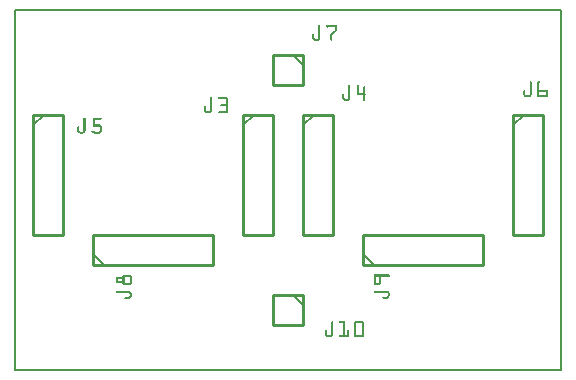
<source format=gto>
G04 MADE WITH FRITZING*
G04 WWW.FRITZING.ORG*
G04 DOUBLE SIDED*
G04 HOLES PLATED*
G04 CONTOUR ON CENTER OF CONTOUR VECTOR*
%ASAXBY*%
%FSLAX23Y23*%
%MOIN*%
%OFA0B0*%
%SFA1.0B1.0*%
%ADD10R,1.827590X1.208420X1.811590X1.192420*%
%ADD11C,0.008000*%
%ADD12C,0.010000*%
%ADD13C,0.005000*%
%ADD14R,0.001000X0.001000*%
%LNSILK1*%
G90*
G70*
G54D11*
X4Y1204D02*
X1824Y1204D01*
X1824Y4D01*
X4Y4D01*
X4Y1204D01*
D02*
G54D12*
X1665Y854D02*
X1665Y454D01*
D02*
X1665Y454D02*
X1765Y454D01*
D02*
X1765Y454D02*
X1765Y854D01*
D02*
X1765Y854D02*
X1665Y854D01*
G54D13*
D02*
X1665Y819D02*
X1700Y854D01*
G54D12*
D02*
X965Y854D02*
X965Y454D01*
D02*
X965Y454D02*
X1065Y454D01*
D02*
X1065Y454D02*
X1065Y854D01*
D02*
X1065Y854D02*
X965Y854D01*
G54D13*
D02*
X965Y819D02*
X1000Y854D01*
G54D12*
D02*
X1165Y354D02*
X1565Y354D01*
D02*
X1565Y354D02*
X1565Y454D01*
D02*
X1565Y454D02*
X1165Y454D01*
D02*
X1165Y454D02*
X1165Y354D01*
G54D13*
D02*
X1200Y354D02*
X1165Y389D01*
G54D12*
D02*
X265Y354D02*
X665Y354D01*
D02*
X665Y354D02*
X665Y454D01*
D02*
X665Y454D02*
X265Y454D01*
D02*
X265Y454D02*
X265Y354D01*
G54D13*
D02*
X300Y354D02*
X265Y389D01*
G54D12*
D02*
X765Y854D02*
X765Y454D01*
D02*
X765Y454D02*
X865Y454D01*
D02*
X865Y454D02*
X865Y854D01*
D02*
X865Y854D02*
X765Y854D01*
G54D13*
D02*
X765Y819D02*
X800Y854D01*
G54D12*
D02*
X965Y1054D02*
X865Y1054D01*
D02*
X865Y1054D02*
X865Y954D01*
D02*
X865Y954D02*
X965Y954D01*
D02*
X965Y954D02*
X965Y1054D01*
G54D13*
D02*
X930Y1054D02*
X965Y1019D01*
G54D12*
D02*
X965Y254D02*
X865Y254D01*
D02*
X865Y254D02*
X865Y154D01*
D02*
X865Y154D02*
X965Y154D01*
D02*
X965Y154D02*
X965Y254D01*
G54D13*
D02*
X930Y254D02*
X965Y219D01*
G54D12*
D02*
X65Y854D02*
X65Y454D01*
D02*
X65Y454D02*
X165Y454D01*
D02*
X165Y454D02*
X165Y854D01*
D02*
X165Y854D02*
X65Y854D01*
G54D13*
D02*
X65Y819D02*
X100Y854D01*
G54D14*
X1018Y1154D02*
X1020Y1154D01*
X1044Y1154D02*
X1076Y1154D01*
X1017Y1153D02*
X1022Y1153D01*
X1043Y1153D02*
X1076Y1153D01*
X1017Y1152D02*
X1022Y1152D01*
X1043Y1152D02*
X1076Y1152D01*
X1016Y1151D02*
X1022Y1151D01*
X1043Y1151D02*
X1076Y1151D01*
X1016Y1150D02*
X1022Y1150D01*
X1042Y1150D02*
X1076Y1150D01*
X1016Y1149D02*
X1022Y1149D01*
X1042Y1149D02*
X1076Y1149D01*
X1016Y1148D02*
X1022Y1148D01*
X1042Y1148D02*
X1076Y1148D01*
X1016Y1147D02*
X1022Y1147D01*
X1043Y1147D02*
X1048Y1147D01*
X1070Y1147D02*
X1076Y1147D01*
X1016Y1146D02*
X1022Y1146D01*
X1043Y1146D02*
X1048Y1146D01*
X1070Y1146D02*
X1076Y1146D01*
X1016Y1145D02*
X1022Y1145D01*
X1044Y1145D02*
X1047Y1145D01*
X1070Y1145D02*
X1076Y1145D01*
X1016Y1144D02*
X1022Y1144D01*
X1070Y1144D02*
X1076Y1144D01*
X1016Y1143D02*
X1022Y1143D01*
X1070Y1143D02*
X1076Y1143D01*
X1016Y1142D02*
X1022Y1142D01*
X1070Y1142D02*
X1076Y1142D01*
X1016Y1141D02*
X1022Y1141D01*
X1070Y1141D02*
X1076Y1141D01*
X1016Y1140D02*
X1022Y1140D01*
X1070Y1140D02*
X1076Y1140D01*
X1016Y1139D02*
X1022Y1139D01*
X1070Y1139D02*
X1076Y1139D01*
X1016Y1138D02*
X1022Y1138D01*
X1070Y1138D02*
X1076Y1138D01*
X1016Y1137D02*
X1022Y1137D01*
X1070Y1137D02*
X1076Y1137D01*
X1016Y1136D02*
X1022Y1136D01*
X1070Y1136D02*
X1076Y1136D01*
X1016Y1135D02*
X1022Y1135D01*
X1070Y1135D02*
X1076Y1135D01*
X1016Y1134D02*
X1022Y1134D01*
X1069Y1134D02*
X1076Y1134D01*
X1016Y1133D02*
X1022Y1133D01*
X1068Y1133D02*
X1076Y1133D01*
X1016Y1132D02*
X1022Y1132D01*
X1067Y1132D02*
X1076Y1132D01*
X1016Y1131D02*
X1022Y1131D01*
X1066Y1131D02*
X1075Y1131D01*
X1016Y1130D02*
X1022Y1130D01*
X1064Y1130D02*
X1074Y1130D01*
X1016Y1129D02*
X1022Y1129D01*
X1063Y1129D02*
X1073Y1129D01*
X1016Y1128D02*
X1022Y1128D01*
X1062Y1128D02*
X1072Y1128D01*
X1016Y1127D02*
X1022Y1127D01*
X1061Y1127D02*
X1071Y1127D01*
X1016Y1126D02*
X1022Y1126D01*
X1060Y1126D02*
X1069Y1126D01*
X1016Y1125D02*
X1022Y1125D01*
X1058Y1125D02*
X1068Y1125D01*
X997Y1124D02*
X1001Y1124D01*
X1016Y1124D02*
X1022Y1124D01*
X1057Y1124D02*
X1067Y1124D01*
X996Y1123D02*
X1001Y1123D01*
X1016Y1123D02*
X1022Y1123D01*
X1057Y1123D02*
X1066Y1123D01*
X996Y1122D02*
X1002Y1122D01*
X1016Y1122D02*
X1022Y1122D01*
X1056Y1122D02*
X1065Y1122D01*
X996Y1121D02*
X1002Y1121D01*
X1016Y1121D02*
X1022Y1121D01*
X1056Y1121D02*
X1064Y1121D01*
X996Y1120D02*
X1002Y1120D01*
X1016Y1120D02*
X1022Y1120D01*
X1056Y1120D02*
X1063Y1120D01*
X996Y1119D02*
X1002Y1119D01*
X1016Y1119D02*
X1022Y1119D01*
X1056Y1119D02*
X1062Y1119D01*
X996Y1118D02*
X1002Y1118D01*
X1016Y1118D02*
X1022Y1118D01*
X1056Y1118D02*
X1062Y1118D01*
X996Y1117D02*
X1002Y1117D01*
X1016Y1117D02*
X1022Y1117D01*
X1056Y1117D02*
X1062Y1117D01*
X996Y1116D02*
X1002Y1116D01*
X1016Y1116D02*
X1022Y1116D01*
X1056Y1116D02*
X1062Y1116D01*
X996Y1115D02*
X1002Y1115D01*
X1016Y1115D02*
X1022Y1115D01*
X1056Y1115D02*
X1062Y1115D01*
X996Y1114D02*
X1002Y1114D01*
X1016Y1114D02*
X1022Y1114D01*
X1056Y1114D02*
X1062Y1114D01*
X996Y1113D02*
X1002Y1113D01*
X1016Y1113D02*
X1022Y1113D01*
X1056Y1113D02*
X1062Y1113D01*
X996Y1112D02*
X1002Y1112D01*
X1016Y1112D02*
X1022Y1112D01*
X1056Y1112D02*
X1062Y1112D01*
X996Y1111D02*
X1002Y1111D01*
X1016Y1111D02*
X1022Y1111D01*
X1056Y1111D02*
X1062Y1111D01*
X996Y1110D02*
X1002Y1110D01*
X1016Y1110D02*
X1022Y1110D01*
X1056Y1110D02*
X1062Y1110D01*
X996Y1109D02*
X1002Y1109D01*
X1016Y1109D02*
X1022Y1109D01*
X1056Y1109D02*
X1062Y1109D01*
X996Y1108D02*
X1003Y1108D01*
X1015Y1108D02*
X1022Y1108D01*
X1056Y1108D02*
X1062Y1108D01*
X996Y1107D02*
X1022Y1107D01*
X1056Y1107D02*
X1062Y1107D01*
X997Y1106D02*
X1021Y1106D01*
X1056Y1106D02*
X1062Y1106D01*
X997Y1105D02*
X1021Y1105D01*
X1056Y1105D02*
X1062Y1105D01*
X998Y1104D02*
X1020Y1104D01*
X1056Y1104D02*
X1062Y1104D01*
X999Y1103D02*
X1019Y1103D01*
X1056Y1103D02*
X1062Y1103D01*
X1000Y1102D02*
X1018Y1102D01*
X1057Y1102D02*
X1062Y1102D01*
X1002Y1101D02*
X1016Y1101D01*
X1058Y1101D02*
X1061Y1101D01*
X1722Y965D02*
X1724Y965D01*
X1748Y965D02*
X1754Y965D01*
X1721Y964D02*
X1725Y964D01*
X1747Y964D02*
X1755Y964D01*
X1720Y963D02*
X1726Y963D01*
X1746Y963D02*
X1755Y963D01*
X1720Y962D02*
X1726Y962D01*
X1746Y962D02*
X1755Y962D01*
X1720Y961D02*
X1726Y961D01*
X1746Y961D02*
X1755Y961D01*
X1720Y960D02*
X1726Y960D01*
X1746Y960D02*
X1755Y960D01*
X1720Y959D02*
X1726Y959D01*
X1746Y959D02*
X1753Y959D01*
X1720Y958D02*
X1726Y958D01*
X1746Y958D02*
X1752Y958D01*
X1720Y957D02*
X1726Y957D01*
X1746Y957D02*
X1752Y957D01*
X1720Y956D02*
X1726Y956D01*
X1746Y956D02*
X1752Y956D01*
X1720Y955D02*
X1726Y955D01*
X1746Y955D02*
X1752Y955D01*
X1118Y954D02*
X1120Y954D01*
X1146Y954D02*
X1148Y954D01*
X1720Y954D02*
X1726Y954D01*
X1746Y954D02*
X1752Y954D01*
X1117Y953D02*
X1122Y953D01*
X1145Y953D02*
X1149Y953D01*
X1720Y953D02*
X1726Y953D01*
X1746Y953D02*
X1752Y953D01*
X1117Y952D02*
X1122Y952D01*
X1144Y952D02*
X1150Y952D01*
X1720Y952D02*
X1726Y952D01*
X1746Y952D02*
X1752Y952D01*
X1116Y951D02*
X1122Y951D01*
X1144Y951D02*
X1150Y951D01*
X1720Y951D02*
X1726Y951D01*
X1746Y951D02*
X1752Y951D01*
X1116Y950D02*
X1122Y950D01*
X1144Y950D02*
X1150Y950D01*
X1720Y950D02*
X1726Y950D01*
X1746Y950D02*
X1752Y950D01*
X1116Y949D02*
X1122Y949D01*
X1144Y949D02*
X1150Y949D01*
X1720Y949D02*
X1726Y949D01*
X1746Y949D02*
X1752Y949D01*
X1116Y948D02*
X1122Y948D01*
X1144Y948D02*
X1150Y948D01*
X1167Y948D02*
X1169Y948D01*
X1720Y948D02*
X1726Y948D01*
X1746Y948D02*
X1752Y948D01*
X1116Y947D02*
X1122Y947D01*
X1144Y947D02*
X1150Y947D01*
X1165Y947D02*
X1170Y947D01*
X1720Y947D02*
X1726Y947D01*
X1746Y947D02*
X1752Y947D01*
X1116Y946D02*
X1122Y946D01*
X1144Y946D02*
X1150Y946D01*
X1165Y946D02*
X1171Y946D01*
X1720Y946D02*
X1726Y946D01*
X1746Y946D02*
X1752Y946D01*
X1116Y945D02*
X1122Y945D01*
X1144Y945D02*
X1150Y945D01*
X1165Y945D02*
X1171Y945D01*
X1720Y945D02*
X1726Y945D01*
X1746Y945D02*
X1752Y945D01*
X1116Y944D02*
X1122Y944D01*
X1144Y944D02*
X1150Y944D01*
X1165Y944D02*
X1171Y944D01*
X1720Y944D02*
X1726Y944D01*
X1746Y944D02*
X1752Y944D01*
X1116Y943D02*
X1122Y943D01*
X1144Y943D02*
X1150Y943D01*
X1165Y943D02*
X1171Y943D01*
X1720Y943D02*
X1726Y943D01*
X1746Y943D02*
X1752Y943D01*
X1116Y942D02*
X1122Y942D01*
X1144Y942D02*
X1150Y942D01*
X1165Y942D02*
X1171Y942D01*
X1720Y942D02*
X1726Y942D01*
X1746Y942D02*
X1752Y942D01*
X1116Y941D02*
X1122Y941D01*
X1144Y941D02*
X1150Y941D01*
X1165Y941D02*
X1171Y941D01*
X1720Y941D02*
X1726Y941D01*
X1746Y941D02*
X1752Y941D01*
X1116Y940D02*
X1122Y940D01*
X1144Y940D02*
X1150Y940D01*
X1165Y940D02*
X1171Y940D01*
X1720Y940D02*
X1726Y940D01*
X1746Y940D02*
X1752Y940D01*
X1116Y939D02*
X1122Y939D01*
X1144Y939D02*
X1150Y939D01*
X1165Y939D02*
X1171Y939D01*
X1720Y939D02*
X1726Y939D01*
X1746Y939D02*
X1752Y939D01*
X1116Y938D02*
X1122Y938D01*
X1144Y938D02*
X1150Y938D01*
X1165Y938D02*
X1171Y938D01*
X1720Y938D02*
X1726Y938D01*
X1746Y938D02*
X1752Y938D01*
X1116Y937D02*
X1122Y937D01*
X1144Y937D02*
X1150Y937D01*
X1165Y937D02*
X1171Y937D01*
X1720Y937D02*
X1726Y937D01*
X1746Y937D02*
X1752Y937D01*
X1116Y936D02*
X1122Y936D01*
X1144Y936D02*
X1150Y936D01*
X1165Y936D02*
X1171Y936D01*
X1702Y936D02*
X1702Y936D01*
X1720Y936D02*
X1726Y936D01*
X1746Y936D02*
X1777Y936D01*
X1116Y935D02*
X1122Y935D01*
X1144Y935D02*
X1150Y935D01*
X1165Y935D02*
X1171Y935D01*
X1700Y935D02*
X1704Y935D01*
X1720Y935D02*
X1726Y935D01*
X1746Y935D02*
X1779Y935D01*
X1116Y934D02*
X1122Y934D01*
X1144Y934D02*
X1150Y934D01*
X1165Y934D02*
X1171Y934D01*
X1700Y934D02*
X1705Y934D01*
X1720Y934D02*
X1726Y934D01*
X1746Y934D02*
X1779Y934D01*
X1116Y933D02*
X1122Y933D01*
X1144Y933D02*
X1150Y933D01*
X1165Y933D02*
X1171Y933D01*
X1699Y933D02*
X1705Y933D01*
X1720Y933D02*
X1726Y933D01*
X1746Y933D02*
X1779Y933D01*
X1116Y932D02*
X1122Y932D01*
X1144Y932D02*
X1150Y932D01*
X1165Y932D02*
X1171Y932D01*
X1699Y932D02*
X1705Y932D01*
X1720Y932D02*
X1726Y932D01*
X1746Y932D02*
X1780Y932D01*
X1116Y931D02*
X1122Y931D01*
X1144Y931D02*
X1150Y931D01*
X1165Y931D02*
X1171Y931D01*
X1699Y931D02*
X1705Y931D01*
X1720Y931D02*
X1726Y931D01*
X1746Y931D02*
X1780Y931D01*
X1116Y930D02*
X1122Y930D01*
X1144Y930D02*
X1150Y930D01*
X1165Y930D02*
X1171Y930D01*
X1699Y930D02*
X1705Y930D01*
X1720Y930D02*
X1726Y930D01*
X1746Y930D02*
X1780Y930D01*
X1116Y929D02*
X1122Y929D01*
X1144Y929D02*
X1150Y929D01*
X1165Y929D02*
X1171Y929D01*
X1699Y929D02*
X1705Y929D01*
X1720Y929D02*
X1726Y929D01*
X1746Y929D02*
X1752Y929D01*
X1773Y929D02*
X1780Y929D01*
X1116Y928D02*
X1122Y928D01*
X1144Y928D02*
X1150Y928D01*
X1165Y928D02*
X1171Y928D01*
X1699Y928D02*
X1705Y928D01*
X1720Y928D02*
X1726Y928D01*
X1746Y928D02*
X1752Y928D01*
X1774Y928D02*
X1780Y928D01*
X1116Y927D02*
X1122Y927D01*
X1144Y927D02*
X1150Y927D01*
X1165Y927D02*
X1171Y927D01*
X1699Y927D02*
X1705Y927D01*
X1720Y927D02*
X1726Y927D01*
X1746Y927D02*
X1752Y927D01*
X1774Y927D02*
X1780Y927D01*
X1116Y926D02*
X1122Y926D01*
X1144Y926D02*
X1150Y926D01*
X1165Y926D02*
X1171Y926D01*
X1699Y926D02*
X1705Y926D01*
X1720Y926D02*
X1726Y926D01*
X1746Y926D02*
X1752Y926D01*
X1774Y926D02*
X1780Y926D01*
X1116Y925D02*
X1122Y925D01*
X1144Y925D02*
X1171Y925D01*
X1699Y925D02*
X1705Y925D01*
X1720Y925D02*
X1726Y925D01*
X1746Y925D02*
X1752Y925D01*
X1774Y925D02*
X1780Y925D01*
X1097Y924D02*
X1101Y924D01*
X1116Y924D02*
X1122Y924D01*
X1144Y924D02*
X1173Y924D01*
X1699Y924D02*
X1705Y924D01*
X1720Y924D02*
X1726Y924D01*
X1746Y924D02*
X1752Y924D01*
X1774Y924D02*
X1780Y924D01*
X1096Y923D02*
X1101Y923D01*
X1116Y923D02*
X1122Y923D01*
X1144Y923D02*
X1174Y923D01*
X1699Y923D02*
X1705Y923D01*
X1720Y923D02*
X1726Y923D01*
X1746Y923D02*
X1752Y923D01*
X1774Y923D02*
X1780Y923D01*
X1096Y922D02*
X1102Y922D01*
X1116Y922D02*
X1122Y922D01*
X1144Y922D02*
X1174Y922D01*
X1699Y922D02*
X1705Y922D01*
X1720Y922D02*
X1726Y922D01*
X1746Y922D02*
X1752Y922D01*
X1774Y922D02*
X1780Y922D01*
X1096Y921D02*
X1102Y921D01*
X1116Y921D02*
X1122Y921D01*
X1144Y921D02*
X1174Y921D01*
X1699Y921D02*
X1705Y921D01*
X1720Y921D02*
X1726Y921D01*
X1746Y921D02*
X1752Y921D01*
X1774Y921D02*
X1780Y921D01*
X1096Y920D02*
X1102Y920D01*
X1116Y920D02*
X1122Y920D01*
X1144Y920D02*
X1174Y920D01*
X1699Y920D02*
X1706Y920D01*
X1719Y920D02*
X1726Y920D01*
X1746Y920D02*
X1752Y920D01*
X1774Y920D02*
X1780Y920D01*
X1096Y919D02*
X1102Y919D01*
X1116Y919D02*
X1122Y919D01*
X1144Y919D02*
X1173Y919D01*
X1700Y919D02*
X1707Y919D01*
X1718Y919D02*
X1725Y919D01*
X1746Y919D02*
X1752Y919D01*
X1774Y919D02*
X1780Y919D01*
X1096Y918D02*
X1102Y918D01*
X1116Y918D02*
X1122Y918D01*
X1164Y918D02*
X1171Y918D01*
X1700Y918D02*
X1725Y918D01*
X1746Y918D02*
X1780Y918D01*
X1096Y917D02*
X1102Y917D01*
X1116Y917D02*
X1122Y917D01*
X1165Y917D02*
X1171Y917D01*
X1700Y917D02*
X1725Y917D01*
X1746Y917D02*
X1780Y917D01*
X1096Y916D02*
X1102Y916D01*
X1116Y916D02*
X1122Y916D01*
X1165Y916D02*
X1171Y916D01*
X1701Y916D02*
X1724Y916D01*
X1746Y916D02*
X1780Y916D01*
X1096Y915D02*
X1102Y915D01*
X1116Y915D02*
X1122Y915D01*
X1165Y915D02*
X1171Y915D01*
X1702Y915D02*
X1723Y915D01*
X1746Y915D02*
X1780Y915D01*
X1096Y914D02*
X1102Y914D01*
X1116Y914D02*
X1122Y914D01*
X1165Y914D02*
X1171Y914D01*
X1703Y914D02*
X1722Y914D01*
X1746Y914D02*
X1779Y914D01*
X1096Y913D02*
X1102Y913D01*
X1116Y913D02*
X1122Y913D01*
X1165Y913D02*
X1171Y913D01*
X1704Y913D02*
X1721Y913D01*
X1747Y913D02*
X1779Y913D01*
X657Y912D02*
X660Y912D01*
X683Y912D02*
X711Y912D01*
X1096Y912D02*
X1102Y912D01*
X1116Y912D02*
X1122Y912D01*
X1165Y912D02*
X1171Y912D01*
X1706Y912D02*
X1719Y912D01*
X1748Y912D02*
X1778Y912D01*
X656Y911D02*
X661Y911D01*
X682Y911D02*
X712Y911D01*
X1096Y911D02*
X1102Y911D01*
X1116Y911D02*
X1122Y911D01*
X1165Y911D02*
X1171Y911D01*
X656Y910D02*
X661Y910D01*
X682Y910D02*
X713Y910D01*
X1096Y910D02*
X1102Y910D01*
X1116Y910D02*
X1122Y910D01*
X1165Y910D02*
X1171Y910D01*
X655Y909D02*
X661Y909D01*
X682Y909D02*
X714Y909D01*
X1096Y909D02*
X1102Y909D01*
X1116Y909D02*
X1122Y909D01*
X1165Y909D02*
X1171Y909D01*
X655Y908D02*
X661Y908D01*
X682Y908D02*
X715Y908D01*
X1096Y908D02*
X1103Y908D01*
X1115Y908D02*
X1122Y908D01*
X1165Y908D02*
X1171Y908D01*
X655Y907D02*
X661Y907D01*
X682Y907D02*
X715Y907D01*
X1096Y907D02*
X1122Y907D01*
X1165Y907D02*
X1171Y907D01*
X655Y906D02*
X661Y906D01*
X683Y906D02*
X715Y906D01*
X1097Y906D02*
X1121Y906D01*
X1165Y906D02*
X1171Y906D01*
X655Y905D02*
X661Y905D01*
X709Y905D02*
X715Y905D01*
X1097Y905D02*
X1121Y905D01*
X1165Y905D02*
X1171Y905D01*
X655Y904D02*
X661Y904D01*
X709Y904D02*
X715Y904D01*
X1098Y904D02*
X1120Y904D01*
X1165Y904D02*
X1171Y904D01*
X655Y903D02*
X661Y903D01*
X709Y903D02*
X715Y903D01*
X1099Y903D02*
X1119Y903D01*
X1165Y903D02*
X1171Y903D01*
X655Y902D02*
X661Y902D01*
X709Y902D02*
X715Y902D01*
X1101Y902D02*
X1117Y902D01*
X1165Y902D02*
X1170Y902D01*
X655Y901D02*
X661Y901D01*
X709Y901D02*
X715Y901D01*
X1103Y901D02*
X1116Y901D01*
X1166Y901D02*
X1169Y901D01*
X655Y900D02*
X661Y900D01*
X709Y900D02*
X715Y900D01*
X655Y899D02*
X661Y899D01*
X709Y899D02*
X715Y899D01*
X655Y898D02*
X661Y898D01*
X709Y898D02*
X715Y898D01*
X655Y897D02*
X661Y897D01*
X709Y897D02*
X715Y897D01*
X655Y896D02*
X661Y896D01*
X709Y896D02*
X715Y896D01*
X655Y895D02*
X661Y895D01*
X709Y895D02*
X715Y895D01*
X655Y894D02*
X661Y894D01*
X709Y894D02*
X715Y894D01*
X655Y893D02*
X661Y893D01*
X709Y893D02*
X715Y893D01*
X655Y892D02*
X661Y892D01*
X709Y892D02*
X715Y892D01*
X655Y891D02*
X661Y891D01*
X709Y891D02*
X715Y891D01*
X655Y890D02*
X661Y890D01*
X708Y890D02*
X715Y890D01*
X655Y889D02*
X661Y889D01*
X692Y889D02*
X714Y889D01*
X655Y888D02*
X661Y888D01*
X690Y888D02*
X714Y888D01*
X655Y887D02*
X661Y887D01*
X689Y887D02*
X714Y887D01*
X655Y886D02*
X661Y886D01*
X689Y886D02*
X713Y886D01*
X655Y885D02*
X661Y885D01*
X688Y885D02*
X713Y885D01*
X655Y884D02*
X661Y884D01*
X689Y884D02*
X713Y884D01*
X638Y883D02*
X638Y883D01*
X655Y883D02*
X661Y883D01*
X689Y883D02*
X714Y883D01*
X636Y882D02*
X640Y882D01*
X655Y882D02*
X661Y882D01*
X692Y882D02*
X714Y882D01*
X635Y881D02*
X640Y881D01*
X655Y881D02*
X661Y881D01*
X708Y881D02*
X715Y881D01*
X635Y880D02*
X641Y880D01*
X655Y880D02*
X661Y880D01*
X709Y880D02*
X715Y880D01*
X635Y879D02*
X641Y879D01*
X655Y879D02*
X661Y879D01*
X709Y879D02*
X715Y879D01*
X635Y878D02*
X641Y878D01*
X655Y878D02*
X661Y878D01*
X709Y878D02*
X715Y878D01*
X635Y877D02*
X641Y877D01*
X655Y877D02*
X661Y877D01*
X709Y877D02*
X715Y877D01*
X635Y876D02*
X641Y876D01*
X655Y876D02*
X661Y876D01*
X709Y876D02*
X715Y876D01*
X635Y875D02*
X641Y875D01*
X655Y875D02*
X661Y875D01*
X709Y875D02*
X715Y875D01*
X635Y874D02*
X641Y874D01*
X655Y874D02*
X661Y874D01*
X709Y874D02*
X715Y874D01*
X635Y873D02*
X641Y873D01*
X655Y873D02*
X661Y873D01*
X709Y873D02*
X715Y873D01*
X635Y872D02*
X641Y872D01*
X655Y872D02*
X661Y872D01*
X709Y872D02*
X715Y872D01*
X635Y871D02*
X641Y871D01*
X655Y871D02*
X661Y871D01*
X709Y871D02*
X715Y871D01*
X635Y870D02*
X641Y870D01*
X655Y870D02*
X661Y870D01*
X709Y870D02*
X715Y870D01*
X635Y869D02*
X641Y869D01*
X655Y869D02*
X661Y869D01*
X709Y869D02*
X715Y869D01*
X635Y868D02*
X641Y868D01*
X655Y868D02*
X661Y868D01*
X709Y868D02*
X715Y868D01*
X635Y867D02*
X641Y867D01*
X655Y867D02*
X661Y867D01*
X709Y867D02*
X715Y867D01*
X635Y866D02*
X642Y866D01*
X654Y866D02*
X661Y866D01*
X709Y866D02*
X715Y866D01*
X635Y865D02*
X661Y865D01*
X684Y865D02*
X715Y865D01*
X636Y864D02*
X660Y864D01*
X682Y864D02*
X715Y864D01*
X637Y863D02*
X660Y863D01*
X682Y863D02*
X715Y863D01*
X637Y862D02*
X659Y862D01*
X682Y862D02*
X714Y862D01*
X638Y861D02*
X658Y861D01*
X682Y861D02*
X713Y861D01*
X640Y860D02*
X656Y860D01*
X682Y860D02*
X712Y860D01*
X642Y859D02*
X654Y859D01*
X683Y859D02*
X711Y859D01*
X234Y844D02*
X238Y844D01*
X266Y844D02*
X291Y844D01*
X233Y843D02*
X239Y843D01*
X266Y843D02*
X292Y843D01*
X233Y842D02*
X239Y842D01*
X266Y842D02*
X293Y842D01*
X233Y841D02*
X239Y841D01*
X266Y841D02*
X293Y841D01*
X233Y840D02*
X239Y840D01*
X266Y840D02*
X292Y840D01*
X233Y839D02*
X239Y839D01*
X266Y839D02*
X292Y839D01*
X233Y838D02*
X239Y838D01*
X266Y838D02*
X289Y838D01*
X233Y837D02*
X239Y837D01*
X266Y837D02*
X272Y837D01*
X233Y836D02*
X239Y836D01*
X266Y836D02*
X272Y836D01*
X233Y835D02*
X239Y835D01*
X266Y835D02*
X272Y835D01*
X233Y834D02*
X239Y834D01*
X266Y834D02*
X272Y834D01*
X233Y833D02*
X239Y833D01*
X266Y833D02*
X272Y833D01*
X233Y832D02*
X239Y832D01*
X266Y832D02*
X272Y832D01*
X233Y831D02*
X239Y831D01*
X266Y831D02*
X272Y831D01*
X233Y830D02*
X239Y830D01*
X266Y830D02*
X272Y830D01*
X233Y829D02*
X239Y829D01*
X266Y829D02*
X272Y829D01*
X233Y828D02*
X239Y828D01*
X266Y828D02*
X272Y828D01*
X233Y827D02*
X239Y827D01*
X266Y827D02*
X272Y827D01*
X233Y826D02*
X239Y826D01*
X266Y826D02*
X272Y826D01*
X233Y825D02*
X239Y825D01*
X266Y825D02*
X272Y825D01*
X233Y824D02*
X239Y824D01*
X266Y824D02*
X272Y824D01*
X233Y823D02*
X239Y823D01*
X266Y823D02*
X272Y823D01*
X233Y822D02*
X239Y822D01*
X266Y822D02*
X272Y822D01*
X233Y821D02*
X239Y821D01*
X266Y821D02*
X288Y821D01*
X233Y820D02*
X239Y820D01*
X266Y820D02*
X290Y820D01*
X233Y819D02*
X239Y819D01*
X266Y819D02*
X291Y819D01*
X233Y818D02*
X239Y818D01*
X266Y818D02*
X292Y818D01*
X233Y817D02*
X239Y817D01*
X266Y817D02*
X292Y817D01*
X233Y816D02*
X239Y816D01*
X266Y816D02*
X292Y816D01*
X214Y815D02*
X217Y815D01*
X233Y815D02*
X239Y815D01*
X266Y815D02*
X293Y815D01*
X213Y814D02*
X218Y814D01*
X233Y814D02*
X239Y814D01*
X287Y814D02*
X293Y814D01*
X212Y813D02*
X218Y813D01*
X233Y813D02*
X239Y813D01*
X287Y813D02*
X293Y813D01*
X212Y812D02*
X218Y812D01*
X233Y812D02*
X239Y812D01*
X287Y812D02*
X293Y812D01*
X212Y811D02*
X218Y811D01*
X233Y811D02*
X239Y811D01*
X287Y811D02*
X293Y811D01*
X212Y810D02*
X218Y810D01*
X233Y810D02*
X239Y810D01*
X287Y810D02*
X293Y810D01*
X212Y809D02*
X218Y809D01*
X233Y809D02*
X239Y809D01*
X287Y809D02*
X293Y809D01*
X212Y808D02*
X218Y808D01*
X233Y808D02*
X239Y808D01*
X287Y808D02*
X293Y808D01*
X212Y807D02*
X218Y807D01*
X233Y807D02*
X239Y807D01*
X287Y807D02*
X293Y807D01*
X212Y806D02*
X218Y806D01*
X233Y806D02*
X239Y806D01*
X287Y806D02*
X293Y806D01*
X212Y805D02*
X218Y805D01*
X233Y805D02*
X239Y805D01*
X287Y805D02*
X293Y805D01*
X212Y804D02*
X218Y804D01*
X233Y804D02*
X239Y804D01*
X287Y804D02*
X293Y804D01*
X212Y803D02*
X218Y803D01*
X233Y803D02*
X239Y803D01*
X287Y803D02*
X293Y803D01*
X212Y802D02*
X218Y802D01*
X233Y802D02*
X239Y802D01*
X287Y802D02*
X293Y802D01*
X212Y801D02*
X218Y801D01*
X233Y801D02*
X239Y801D01*
X287Y801D02*
X293Y801D01*
X212Y800D02*
X219Y800D01*
X233Y800D02*
X239Y800D01*
X260Y800D02*
X264Y800D01*
X287Y800D02*
X293Y800D01*
X213Y799D02*
X219Y799D01*
X232Y799D02*
X239Y799D01*
X260Y799D02*
X266Y799D01*
X287Y799D02*
X293Y799D01*
X213Y798D02*
X221Y798D01*
X230Y798D02*
X238Y798D01*
X259Y798D02*
X269Y798D01*
X286Y798D02*
X293Y798D01*
X213Y797D02*
X238Y797D01*
X259Y797D02*
X293Y797D01*
X214Y796D02*
X237Y796D01*
X259Y796D02*
X292Y796D01*
X214Y795D02*
X237Y795D01*
X260Y795D02*
X292Y795D01*
X215Y794D02*
X236Y794D01*
X261Y794D02*
X291Y794D01*
X216Y793D02*
X235Y793D01*
X263Y793D02*
X291Y793D01*
X218Y792D02*
X233Y792D01*
X265Y792D02*
X289Y792D01*
X221Y791D02*
X230Y791D01*
X269Y791D02*
X287Y791D01*
X1202Y321D02*
X1251Y321D01*
X368Y320D02*
X388Y320D01*
X1200Y320D02*
X1252Y320D01*
X366Y319D02*
X390Y319D01*
X1200Y319D02*
X1253Y319D01*
X365Y318D02*
X391Y318D01*
X1200Y318D02*
X1253Y318D01*
X364Y317D02*
X392Y317D01*
X1200Y317D02*
X1253Y317D01*
X364Y316D02*
X392Y316D01*
X1200Y316D02*
X1253Y316D01*
X363Y315D02*
X393Y315D01*
X1200Y315D02*
X1253Y315D01*
X363Y314D02*
X393Y314D01*
X1200Y314D02*
X1206Y314D01*
X1217Y314D02*
X1223Y314D01*
X1247Y314D02*
X1253Y314D01*
X342Y313D02*
X369Y313D01*
X387Y313D02*
X393Y313D01*
X1200Y313D02*
X1206Y313D01*
X1217Y313D02*
X1223Y313D01*
X1247Y313D02*
X1252Y313D01*
X340Y312D02*
X369Y312D01*
X387Y312D02*
X393Y312D01*
X1200Y312D02*
X1206Y312D01*
X1217Y312D02*
X1223Y312D01*
X1248Y312D02*
X1252Y312D01*
X340Y311D02*
X369Y311D01*
X387Y311D02*
X393Y311D01*
X1200Y311D02*
X1206Y311D01*
X1217Y311D02*
X1223Y311D01*
X340Y310D02*
X369Y310D01*
X387Y310D02*
X393Y310D01*
X1200Y310D02*
X1206Y310D01*
X1217Y310D02*
X1223Y310D01*
X340Y309D02*
X369Y309D01*
X387Y309D02*
X393Y309D01*
X1200Y309D02*
X1206Y309D01*
X1217Y309D02*
X1223Y309D01*
X340Y308D02*
X369Y308D01*
X387Y308D02*
X393Y308D01*
X1200Y308D02*
X1206Y308D01*
X1217Y308D02*
X1223Y308D01*
X340Y307D02*
X369Y307D01*
X387Y307D02*
X393Y307D01*
X1200Y307D02*
X1206Y307D01*
X1217Y307D02*
X1223Y307D01*
X340Y306D02*
X346Y306D01*
X363Y306D02*
X369Y306D01*
X387Y306D02*
X393Y306D01*
X1200Y306D02*
X1206Y306D01*
X1217Y306D02*
X1223Y306D01*
X340Y305D02*
X346Y305D01*
X363Y305D02*
X369Y305D01*
X387Y305D02*
X393Y305D01*
X1200Y305D02*
X1206Y305D01*
X1217Y305D02*
X1223Y305D01*
X340Y304D02*
X346Y304D01*
X363Y304D02*
X369Y304D01*
X387Y304D02*
X393Y304D01*
X1200Y304D02*
X1206Y304D01*
X1217Y304D02*
X1223Y304D01*
X340Y303D02*
X346Y303D01*
X363Y303D02*
X369Y303D01*
X387Y303D02*
X393Y303D01*
X1200Y303D02*
X1206Y303D01*
X1217Y303D02*
X1223Y303D01*
X340Y302D02*
X346Y302D01*
X363Y302D02*
X369Y302D01*
X387Y302D02*
X393Y302D01*
X1200Y302D02*
X1206Y302D01*
X1217Y302D02*
X1223Y302D01*
X340Y301D02*
X346Y301D01*
X363Y301D02*
X369Y301D01*
X387Y301D02*
X393Y301D01*
X1200Y301D02*
X1206Y301D01*
X1217Y301D02*
X1223Y301D01*
X340Y300D02*
X346Y300D01*
X363Y300D02*
X369Y300D01*
X387Y300D02*
X393Y300D01*
X1200Y300D02*
X1206Y300D01*
X1217Y300D02*
X1223Y300D01*
X340Y299D02*
X369Y299D01*
X387Y299D02*
X393Y299D01*
X1200Y299D02*
X1206Y299D01*
X1217Y299D02*
X1223Y299D01*
X340Y298D02*
X369Y298D01*
X387Y298D02*
X393Y298D01*
X1200Y298D02*
X1206Y298D01*
X1217Y298D02*
X1223Y298D01*
X340Y297D02*
X369Y297D01*
X387Y297D02*
X393Y297D01*
X1200Y297D02*
X1206Y297D01*
X1217Y297D02*
X1223Y297D01*
X340Y296D02*
X369Y296D01*
X387Y296D02*
X393Y296D01*
X1200Y296D02*
X1206Y296D01*
X1217Y296D02*
X1223Y296D01*
X340Y295D02*
X369Y295D01*
X387Y295D02*
X393Y295D01*
X1200Y295D02*
X1206Y295D01*
X1217Y295D02*
X1223Y295D01*
X340Y294D02*
X369Y294D01*
X387Y294D02*
X393Y294D01*
X1200Y294D02*
X1206Y294D01*
X1217Y294D02*
X1223Y294D01*
X342Y293D02*
X369Y293D01*
X387Y293D02*
X393Y293D01*
X1200Y293D02*
X1223Y293D01*
X363Y292D02*
X393Y292D01*
X1200Y292D02*
X1223Y292D01*
X363Y291D02*
X393Y291D01*
X1200Y291D02*
X1223Y291D01*
X364Y290D02*
X392Y290D01*
X1200Y290D02*
X1223Y290D01*
X364Y289D02*
X392Y289D01*
X1200Y289D02*
X1223Y289D01*
X365Y288D02*
X391Y288D01*
X1201Y288D02*
X1222Y288D01*
X366Y287D02*
X390Y287D01*
X1203Y287D02*
X1220Y287D01*
X369Y286D02*
X387Y286D01*
X1201Y267D02*
X1247Y267D01*
X341Y266D02*
X386Y266D01*
X1200Y266D02*
X1248Y266D01*
X340Y265D02*
X388Y265D01*
X1200Y265D02*
X1249Y265D01*
X340Y264D02*
X389Y264D01*
X1200Y264D02*
X1250Y264D01*
X340Y263D02*
X390Y263D01*
X1200Y263D02*
X1251Y263D01*
X340Y262D02*
X391Y262D01*
X1201Y262D02*
X1252Y262D01*
X340Y261D02*
X392Y261D01*
X1202Y261D02*
X1252Y261D01*
X342Y260D02*
X392Y260D01*
X1246Y260D02*
X1252Y260D01*
X385Y259D02*
X392Y259D01*
X1246Y259D02*
X1253Y259D01*
X386Y258D02*
X393Y258D01*
X1247Y258D02*
X1253Y258D01*
X387Y257D02*
X393Y257D01*
X1247Y257D02*
X1253Y257D01*
X387Y256D02*
X393Y256D01*
X1247Y256D02*
X1253Y256D01*
X387Y255D02*
X393Y255D01*
X1247Y255D02*
X1253Y255D01*
X387Y254D02*
X393Y254D01*
X1247Y254D02*
X1253Y254D01*
X387Y253D02*
X393Y253D01*
X1247Y253D02*
X1253Y253D01*
X387Y252D02*
X393Y252D01*
X1247Y252D02*
X1253Y252D01*
X387Y251D02*
X393Y251D01*
X1247Y251D02*
X1253Y251D01*
X387Y250D02*
X393Y250D01*
X1247Y250D02*
X1253Y250D01*
X387Y249D02*
X393Y249D01*
X1246Y249D02*
X1253Y249D01*
X386Y248D02*
X393Y248D01*
X1246Y248D02*
X1252Y248D01*
X386Y247D02*
X392Y247D01*
X1232Y247D02*
X1252Y247D01*
X372Y246D02*
X392Y246D01*
X1230Y246D02*
X1252Y246D01*
X370Y245D02*
X392Y245D01*
X1229Y245D02*
X1251Y245D01*
X369Y244D02*
X391Y244D01*
X1229Y244D02*
X1250Y244D01*
X369Y243D02*
X390Y243D01*
X1229Y243D02*
X1249Y243D01*
X369Y242D02*
X389Y242D01*
X1230Y242D02*
X1248Y242D01*
X369Y241D02*
X388Y241D01*
X1231Y241D02*
X1246Y241D01*
X370Y240D02*
X387Y240D01*
X1060Y165D02*
X1063Y165D01*
X1086Y165D02*
X1104Y165D01*
X1138Y165D02*
X1165Y165D01*
X1059Y164D02*
X1064Y164D01*
X1085Y164D02*
X1104Y164D01*
X1137Y164D02*
X1166Y164D01*
X1058Y163D02*
X1064Y163D01*
X1085Y163D02*
X1104Y163D01*
X1136Y163D02*
X1167Y163D01*
X1058Y162D02*
X1064Y162D01*
X1085Y162D02*
X1104Y162D01*
X1135Y162D02*
X1167Y162D01*
X1058Y161D02*
X1064Y161D01*
X1085Y161D02*
X1104Y161D01*
X1135Y161D02*
X1168Y161D01*
X1058Y160D02*
X1064Y160D01*
X1085Y160D02*
X1104Y160D01*
X1135Y160D02*
X1168Y160D01*
X1058Y159D02*
X1064Y159D01*
X1087Y159D02*
X1104Y159D01*
X1135Y159D02*
X1168Y159D01*
X1058Y158D02*
X1064Y158D01*
X1098Y158D02*
X1104Y158D01*
X1135Y158D02*
X1141Y158D01*
X1162Y158D02*
X1168Y158D01*
X1058Y157D02*
X1064Y157D01*
X1098Y157D02*
X1104Y157D01*
X1135Y157D02*
X1141Y157D01*
X1162Y157D02*
X1168Y157D01*
X1058Y156D02*
X1064Y156D01*
X1098Y156D02*
X1104Y156D01*
X1135Y156D02*
X1141Y156D01*
X1162Y156D02*
X1168Y156D01*
X1058Y155D02*
X1064Y155D01*
X1098Y155D02*
X1104Y155D01*
X1135Y155D02*
X1141Y155D01*
X1162Y155D02*
X1168Y155D01*
X1058Y154D02*
X1064Y154D01*
X1098Y154D02*
X1104Y154D01*
X1135Y154D02*
X1141Y154D01*
X1162Y154D02*
X1168Y154D01*
X1058Y153D02*
X1064Y153D01*
X1098Y153D02*
X1104Y153D01*
X1135Y153D02*
X1141Y153D01*
X1162Y153D02*
X1168Y153D01*
X1058Y152D02*
X1064Y152D01*
X1098Y152D02*
X1104Y152D01*
X1135Y152D02*
X1141Y152D01*
X1162Y152D02*
X1168Y152D01*
X1058Y151D02*
X1064Y151D01*
X1098Y151D02*
X1104Y151D01*
X1135Y151D02*
X1141Y151D01*
X1162Y151D02*
X1168Y151D01*
X1058Y150D02*
X1064Y150D01*
X1098Y150D02*
X1104Y150D01*
X1135Y150D02*
X1141Y150D01*
X1162Y150D02*
X1168Y150D01*
X1058Y149D02*
X1064Y149D01*
X1098Y149D02*
X1104Y149D01*
X1135Y149D02*
X1141Y149D01*
X1162Y149D02*
X1168Y149D01*
X1058Y148D02*
X1064Y148D01*
X1098Y148D02*
X1104Y148D01*
X1135Y148D02*
X1141Y148D01*
X1162Y148D02*
X1168Y148D01*
X1058Y147D02*
X1064Y147D01*
X1098Y147D02*
X1104Y147D01*
X1135Y147D02*
X1141Y147D01*
X1162Y147D02*
X1168Y147D01*
X1058Y146D02*
X1064Y146D01*
X1098Y146D02*
X1104Y146D01*
X1135Y146D02*
X1141Y146D01*
X1162Y146D02*
X1168Y146D01*
X1058Y145D02*
X1064Y145D01*
X1098Y145D02*
X1104Y145D01*
X1135Y145D02*
X1141Y145D01*
X1162Y145D02*
X1168Y145D01*
X1058Y144D02*
X1064Y144D01*
X1098Y144D02*
X1104Y144D01*
X1135Y144D02*
X1141Y144D01*
X1162Y144D02*
X1168Y144D01*
X1058Y143D02*
X1064Y143D01*
X1098Y143D02*
X1104Y143D01*
X1135Y143D02*
X1141Y143D01*
X1162Y143D02*
X1168Y143D01*
X1058Y142D02*
X1064Y142D01*
X1098Y142D02*
X1104Y142D01*
X1135Y142D02*
X1141Y142D01*
X1162Y142D02*
X1168Y142D01*
X1058Y141D02*
X1064Y141D01*
X1098Y141D02*
X1104Y141D01*
X1135Y141D02*
X1141Y141D01*
X1162Y141D02*
X1168Y141D01*
X1058Y140D02*
X1064Y140D01*
X1098Y140D02*
X1104Y140D01*
X1135Y140D02*
X1141Y140D01*
X1162Y140D02*
X1168Y140D01*
X1058Y139D02*
X1064Y139D01*
X1098Y139D02*
X1104Y139D01*
X1135Y139D02*
X1141Y139D01*
X1162Y139D02*
X1168Y139D01*
X1058Y138D02*
X1064Y138D01*
X1098Y138D02*
X1104Y138D01*
X1135Y138D02*
X1141Y138D01*
X1162Y138D02*
X1168Y138D01*
X1058Y137D02*
X1064Y137D01*
X1098Y137D02*
X1104Y137D01*
X1135Y137D02*
X1141Y137D01*
X1162Y137D02*
X1168Y137D01*
X1039Y136D02*
X1042Y136D01*
X1058Y136D02*
X1064Y136D01*
X1098Y136D02*
X1104Y136D01*
X1114Y136D02*
X1116Y136D01*
X1135Y136D02*
X1141Y136D01*
X1162Y136D02*
X1168Y136D01*
X1038Y135D02*
X1043Y135D01*
X1058Y135D02*
X1064Y135D01*
X1098Y135D02*
X1104Y135D01*
X1113Y135D02*
X1117Y135D01*
X1135Y135D02*
X1141Y135D01*
X1162Y135D02*
X1168Y135D01*
X1038Y134D02*
X1043Y134D01*
X1058Y134D02*
X1064Y134D01*
X1098Y134D02*
X1104Y134D01*
X1112Y134D02*
X1118Y134D01*
X1135Y134D02*
X1141Y134D01*
X1162Y134D02*
X1168Y134D01*
X1038Y133D02*
X1044Y133D01*
X1058Y133D02*
X1064Y133D01*
X1098Y133D02*
X1104Y133D01*
X1112Y133D02*
X1118Y133D01*
X1135Y133D02*
X1141Y133D01*
X1162Y133D02*
X1168Y133D01*
X1038Y132D02*
X1044Y132D01*
X1058Y132D02*
X1064Y132D01*
X1098Y132D02*
X1104Y132D01*
X1112Y132D02*
X1118Y132D01*
X1135Y132D02*
X1141Y132D01*
X1162Y132D02*
X1168Y132D01*
X1038Y131D02*
X1044Y131D01*
X1058Y131D02*
X1064Y131D01*
X1098Y131D02*
X1104Y131D01*
X1112Y131D02*
X1118Y131D01*
X1135Y131D02*
X1141Y131D01*
X1162Y131D02*
X1168Y131D01*
X1038Y130D02*
X1044Y130D01*
X1058Y130D02*
X1064Y130D01*
X1098Y130D02*
X1104Y130D01*
X1112Y130D02*
X1118Y130D01*
X1135Y130D02*
X1141Y130D01*
X1162Y130D02*
X1168Y130D01*
X1038Y129D02*
X1044Y129D01*
X1058Y129D02*
X1064Y129D01*
X1098Y129D02*
X1104Y129D01*
X1112Y129D02*
X1118Y129D01*
X1135Y129D02*
X1141Y129D01*
X1162Y129D02*
X1168Y129D01*
X1038Y128D02*
X1044Y128D01*
X1058Y128D02*
X1064Y128D01*
X1098Y128D02*
X1104Y128D01*
X1112Y128D02*
X1118Y128D01*
X1135Y128D02*
X1141Y128D01*
X1162Y128D02*
X1168Y128D01*
X1038Y127D02*
X1044Y127D01*
X1058Y127D02*
X1064Y127D01*
X1098Y127D02*
X1104Y127D01*
X1112Y127D02*
X1118Y127D01*
X1135Y127D02*
X1141Y127D01*
X1162Y127D02*
X1168Y127D01*
X1038Y126D02*
X1044Y126D01*
X1058Y126D02*
X1064Y126D01*
X1098Y126D02*
X1104Y126D01*
X1112Y126D02*
X1118Y126D01*
X1135Y126D02*
X1141Y126D01*
X1162Y126D02*
X1168Y126D01*
X1038Y125D02*
X1044Y125D01*
X1058Y125D02*
X1064Y125D01*
X1098Y125D02*
X1104Y125D01*
X1112Y125D02*
X1118Y125D01*
X1135Y125D02*
X1141Y125D01*
X1162Y125D02*
X1168Y125D01*
X1038Y124D02*
X1044Y124D01*
X1058Y124D02*
X1064Y124D01*
X1098Y124D02*
X1104Y124D01*
X1112Y124D02*
X1118Y124D01*
X1135Y124D02*
X1141Y124D01*
X1162Y124D02*
X1168Y124D01*
X1038Y123D02*
X1044Y123D01*
X1058Y123D02*
X1064Y123D01*
X1098Y123D02*
X1104Y123D01*
X1112Y123D02*
X1118Y123D01*
X1135Y123D02*
X1141Y123D01*
X1162Y123D02*
X1168Y123D01*
X1038Y122D02*
X1044Y122D01*
X1058Y122D02*
X1064Y122D01*
X1098Y122D02*
X1104Y122D01*
X1112Y122D02*
X1118Y122D01*
X1135Y122D02*
X1141Y122D01*
X1162Y122D02*
X1168Y122D01*
X1038Y121D02*
X1044Y121D01*
X1058Y121D02*
X1064Y121D01*
X1098Y121D02*
X1104Y121D01*
X1112Y121D02*
X1118Y121D01*
X1135Y121D02*
X1141Y121D01*
X1162Y121D02*
X1168Y121D01*
X1038Y120D02*
X1045Y120D01*
X1057Y120D02*
X1064Y120D01*
X1098Y120D02*
X1104Y120D01*
X1112Y120D02*
X1118Y120D01*
X1135Y120D02*
X1141Y120D01*
X1162Y120D02*
X1168Y120D01*
X1038Y119D02*
X1046Y119D01*
X1056Y119D02*
X1064Y119D01*
X1098Y119D02*
X1104Y119D01*
X1112Y119D02*
X1118Y119D01*
X1135Y119D02*
X1141Y119D01*
X1162Y119D02*
X1168Y119D01*
X1039Y118D02*
X1063Y118D01*
X1086Y118D02*
X1118Y118D01*
X1135Y118D02*
X1168Y118D01*
X1039Y117D02*
X1063Y117D01*
X1085Y117D02*
X1118Y117D01*
X1135Y117D02*
X1168Y117D01*
X1040Y116D02*
X1062Y116D01*
X1085Y116D02*
X1118Y116D01*
X1135Y116D02*
X1168Y116D01*
X1041Y115D02*
X1061Y115D01*
X1084Y115D02*
X1118Y115D01*
X1136Y115D02*
X1167Y115D01*
X1042Y114D02*
X1060Y114D01*
X1085Y114D02*
X1118Y114D01*
X1137Y114D02*
X1166Y114D01*
X1043Y113D02*
X1059Y113D01*
X1085Y113D02*
X1117Y113D01*
X1138Y113D02*
X1165Y113D01*
X1046Y112D02*
X1056Y112D01*
X1087Y112D02*
X1116Y112D01*
X1140Y112D02*
X1163Y112D01*
D02*
G04 End of Silk1*
M02*
</source>
